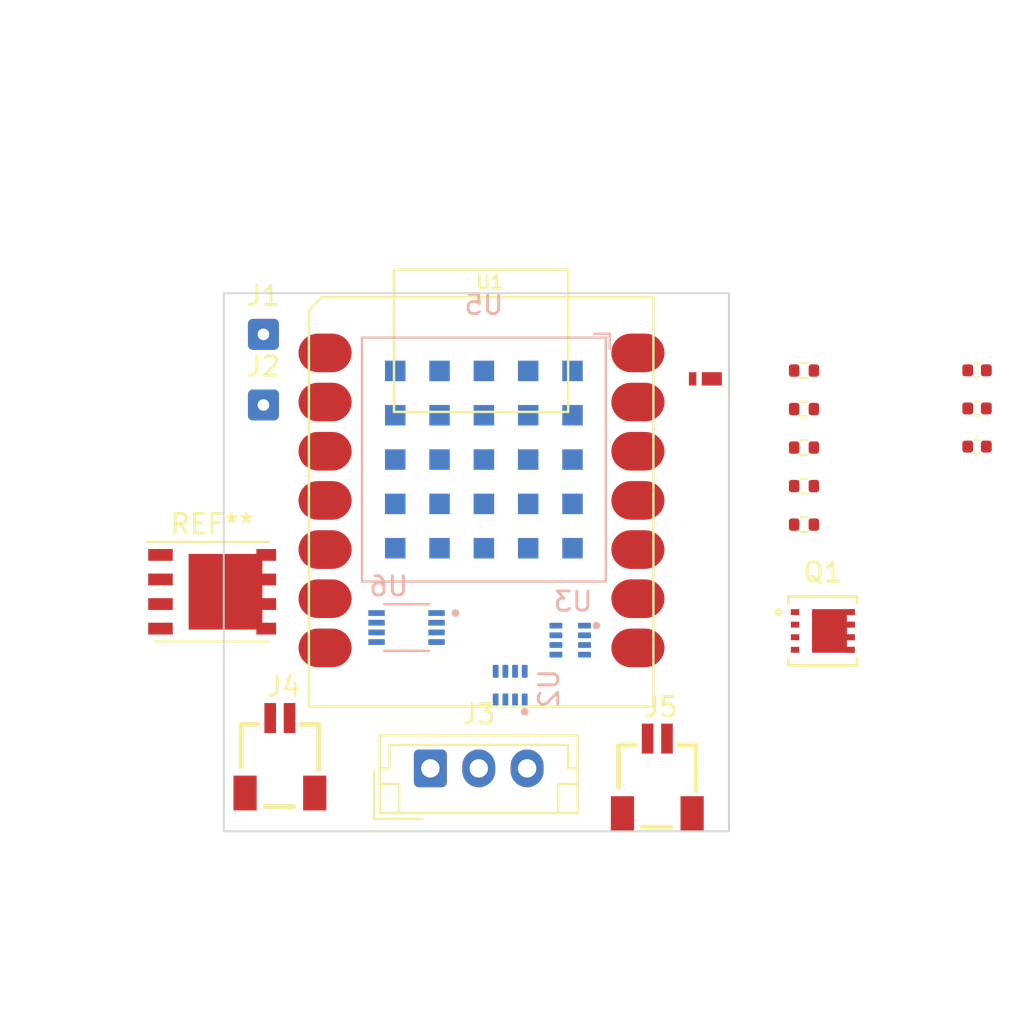
<source format=kicad_pcb>
(kicad_pcb (version 20221018) (generator pcbnew)
  (layers (0 "F.Cu" signal) (31 "B.Cu" signal) (34 "B.Paste" user) (35 "F.Paste" user) (36 "B.SilkS" user "B.Silkscreen") (37 "F.SilkS" user "F.Silkscreen") (38 "B.Mask" user) (39 "F.Mask" user) (44 "Edge.Cuts" user))
  (net 0 "")
  (net 2 "/UART1_DE")
  (net 3 "/UART1_TX")
  (net 4 "/UART1_RX")
  (net 5 "/UART0_DE")
  (net 6 "/UART0_TX")
  (net 7 "/UART0_RX")
  (net 8 "/UART2_DE")
  (net 9 "+3V3")
  (net 10 "GND")
  (net 11 "+5V")
  (net 17 "+BATT")
  (net 18 "/RS485_0A")
  (net 19 "/RS485_0B")
  (net 20 "/RS485_1A")
  (net 21 "/RS485_1B")
  (net 22 "Net-(D1-K)")
  (net 23 "VBUS")
  (net 24 "/DMXL_DATA")
  (net 25 "/BUS_SENSE")
  (net 26 "/UART2_TX")
  (net 27 "/UART2_RX")
  (footprint "Capacitor_SMD:C_0402_1005Metric" (layer "F.Cu") (at 182.02 88.53)
    (fp_text reference "C2" hide)
    (fp_text value "100nF")
    (fp_line (start -0.107836 -0.36) (end 0.107836 -0.36) (stroke (width 0.12)) (layer "F.SilkS"))
    (fp_line (start -0.107836 0.36) (end 0.107836 0.36) (stroke (width 0.12)) (layer "F.SilkS"))
    (pad "1" smd roundrect (at -0.48 0) (size 0.56 0.62) (layers "F.Cu" "F.Paste" "F.Mask") (net 9 "+3V3"))
    (pad "2" smd roundrect (at 0.48 0) (size 0.56 0.62) (layers "F.Cu" "F.Paste" "F.Mask") (net 10 "GND"))
  )
  (footprint "Resistor_SMD:R_0402_1005Metric" (layer "F.Cu") (at 173.08 92.54)
    (fp_text reference "R5" hide)
    (fp_text value "10k")
    (fp_line (start -0.153641 -0.38) (end 0.153641 -0.38) (stroke (width 0.12)) (layer "F.SilkS"))
    (fp_line (start -0.153641 0.38) (end 0.153641 0.38) (stroke (width 0.12)) (layer "F.SilkS"))
    (pad "1" smd roundrect (at -0.51 0) (size 0.54 0.64) (layers "F.Cu" "F.Paste" "F.Mask") (net 10 "GND"))
    (pad "2" smd roundrect (at 0.51 0) (size 0.54 0.64) (layers "F.Cu" "F.Paste" "F.Mask") (net 5 "/UART0_DE"))
  )
  (footprint "Connector_Wire:SolderWire-0.1sqmm_1x01_D0.4mm_OD1mm" (layer "F.Cu") (at 145.15 88.35)
    (fp_text reference "J2" (at 0 -2) (layer "F.SilkS"))
    (fp_text value "Conn_01x01")
    (pad "1" thru_hole roundrect (at 0 0) (size 1.6 1.6) (drill 0.6) (layers "*.Cu" "*.Mask") (roundrect_rratio 0.15625) (net 10 "GND"))
  )
  (footprint "Resistor_SMD:R_0402_1005Metric" (layer "F.Cu") (at 173.08 90.55)
    (fp_text reference "R3" hide)
    (fp_text value "13.7k")
    (fp_line (start -0.153641 -0.38) (end 0.153641 -0.38) (stroke (width 0.12)) (layer "F.SilkS"))
    (fp_line (start -0.153641 0.38) (end 0.153641 0.38) (stroke (width 0.12)) (layer "F.SilkS"))
    (pad "1" smd roundrect (at -0.51 0) (size 0.54 0.64) (layers "F.Cu" "F.Paste" "F.Mask") (net 10 "GND"))
    (pad "2" smd roundrect (at 0.51 0) (size 0.54 0.64) (layers "F.Cu" "F.Paste" "F.Mask") (net 25 "/BUS_SENSE"))
  )
  (footprint "squirrelbrain:JST_SM02B-SRSS-TB(LF)(SN)" (layer "F.Cu") (at 146 106.5)
    (fp_text reference "J4" (at 0.2 -3.6) (layer "F.SilkS") (effects (font (size 1.00248 1.00248))))
    (fp_text value "Conn_01x02")
    (fp_line (start -2 -1.65) (end -2 0.563) (stroke (width 0.254)) (layer "F.SilkS"))
    (fp_line (start -2 -1.65) (end -1.145 -1.65) (stroke (width 0.254)) (layer "F.SilkS"))
    (fp_line (start -0.767 2.6) (end 0.722 2.6) (stroke (width 0.254)) (layer "F.SilkS"))
    (fp_line (start 2 -1.65) (end 1.1 -1.65) (stroke (width 0.254)) (layer "F.SilkS"))
    (fp_line (start 2 -1.65) (end 2 0.697) (stroke (width 0.254)) (layer "F.SilkS"))
    (pad "1" smd rect (at -0.5 -1.975 90) (size 1.55 0.6) (layers "F.Cu" "F.Paste" "F.Mask") (net 18 "/RS485_0A"))
    (pad "2" smd rect (at 0.5 -1.975 90) (size 1.55 0.6) (layers "F.Cu" "F.Paste" "F.Mask") (net 19 "/RS485_0B"))
    (pad "S1" smd rect (at -1.8 1.9 90) (size 1.8 1.2) (layers "F.Cu" "F.Paste" "F.Mask"))
    (pad "S2" smd rect (at 1.8 1.9 90) (size 1.8 1.2) (layers "F.Cu" "F.Paste" "F.Mask"))
  )
  (footprint "Resistor_SMD:R_0402_1005Metric" (layer "F.Cu") (at 173.08 94.53)
    (fp_text reference "R6" hide)
    (fp_text value "10k")
    (fp_line (start -0.153641 -0.38) (end 0.153641 -0.38) (stroke (width 0.12)) (layer "F.SilkS"))
    (fp_line (start -0.153641 0.38) (end 0.153641 0.38) (stroke (width 0.12)) (layer "F.SilkS"))
    (pad "1" smd roundrect (at -0.51 0) (size 0.54 0.64) (layers "F.Cu" "F.Paste" "F.Mask") (net 10 "GND"))
    (pad "2" smd roundrect (at 0.51 0) (size 0.54 0.64) (layers "F.Cu" "F.Paste" "F.Mask") (net 2 "/UART1_DE"))
  )
  (footprint "Capacitor_SMD:C_0402_1005Metric" (layer "F.Cu") (at 182.02 86.56)
    (fp_text reference "C1" hide)
    (fp_text value "100nF")
    (fp_line (start -0.107836 -0.36) (end 0.107836 -0.36) (stroke (width 0.12)) (layer "F.SilkS"))
    (fp_line (start -0.107836 0.36) (end 0.107836 0.36) (stroke (width 0.12)) (layer "F.SilkS"))
    (pad "1" smd roundrect (at -0.48 0) (size 0.56 0.62) (layers "F.Cu" "F.Paste" "F.Mask") (net 9 "+3V3"))
    (pad "2" smd roundrect (at 0.48 0) (size 0.56 0.62) (layers "F.Cu" "F.Paste" "F.Mask") (net 10 "GND"))
  )
  (footprint "squirrelbrain:XIAO-ESP32S3-2.54-21X17.8MM" (layer "F.Cu") (at 147.5 103.78)
    (fp_text reference "U1" (at 9.3345 -21.7805) (layer "F.SilkS") (effects (font (size 0.7 0.7))))
    (fp_text value "SEEEDUINO-XIAO-ESP32S3")
    (fp_line (start 0 -20.3285) (end 0 0.15) (stroke (width 0.127)) (layer "F.SilkS"))
    (fp_line (start 0 0.15) (end 17.8 0.15) (stroke (width 0.127)) (layer "F.SilkS"))
    (fp_line (start 0.671541 -21) (end 0 -20.3285) (stroke (width 0.127)) (layer "F.SilkS"))
    (fp_line (start 4.396 -15.072) (end 4.396 -22.425) (stroke (width 0.127)) (layer "F.SilkS"))
    (fp_line (start 4.4 -22.424) (end 13.395 -22.424) (stroke (width 0.127)) (layer "F.SilkS"))
    (fp_line (start 13.395 -22.424) (end 13.395 -15.072) (stroke (width 0.127)) (layer "F.SilkS"))
    (fp_line (start 13.395 -15.072) (end 4.396 -15.072) (stroke (width 0.127)) (layer "F.SilkS"))
    (fp_line (start 17.8 -21) (end 0.671541 -21) (stroke (width 0.127)) (layer "F.SilkS"))
    (fp_line (start 17.8 0.15) (end 17.8 -21) (stroke (width 0.127)) (layer "F.SilkS"))
    (pad "1" smd roundrect (at 0.835 -18.12) (size 2.75 2) (layers "F.Cu" "F.Paste" "F.Mask") (roundrect_rratio 0.5))
    (pad "2" smd roundrect (at 0.835 -15.58) (size 2.75 2) (layers "F.Cu" "F.Paste" "F.Mask") (roundrect_rratio 0.5) (net 25 "/BUS_SENSE"))
    (pad "3" smd roundrect (at 0.835 -13.04) (size 2.75 2) (layers "F.Cu" "F.Paste" "F.Mask") (roundrect_rratio 0.5) (net 2 "/UART1_DE"))
    (pad "4" smd roundrect (at 0.835 -10.5) (size 2.75 2) (layers "F.Cu" "F.Paste" "F.Mask") (roundrect_rratio 0.5) (net 3 "/UART1_TX"))
    (pad "5" smd roundrect (at 0.835 -7.96) (size 2.75 2) (layers "F.Cu" "F.Paste" "F.Mask") (roundrect_rratio 0.5) (net 4 "/UART1_RX"))
    (pad "6" smd roundrect (at 0.835 -5.42) (size 2.75 2) (layers "F.Cu" "F.Paste" "F.Mask") (roundrect_rratio 0.5) (net 5 "/UART0_DE"))
    (pad "7" smd roundrect (at 0.835 -2.88) (size 2.75 2) (layers "F.Cu" "F.Paste" "F.Mask") (roundrect_rratio 0.5) (net 6 "/UART0_TX"))
    (pad "8" smd roundrect (at 17 -2.88) (size 2.75 2) (layers "F.Cu" "F.Paste" "F.Mask") (roundrect_rratio 0.5) (net 7 "/UART0_RX"))
    (pad "9" smd roundrect (at 17 -5.42) (size 2.75 2) (layers "F.Cu" "F.Paste" "F.Mask") (roundrect_rratio 0.5) (net 8 "/UART2_DE"))
    (pad "10" smd roundrect (at 17 -7.96) (size 2.75 2) (layers "F.Cu" "F.Paste" "F.Mask") (roundrect_rratio 0.5) (net 26 "/UART2_TX"))
    (pad "11" smd roundrect (at 17 -10.5) (size 2.75 2) (layers "F.Cu" "F.Paste" "F.Mask") (roundrect_rratio 0.5) (net 27 "/UART2_RX"))
    (pad "12" smd roundrect (at 17 -13.04) (size 2.75 2) (layers "F.Cu" "F.Paste" "F.Mask") (roundrect_rratio 0.5) (net 9 "+3V3"))
    (pad "13" smd roundrect (at 17 -15.58) (size 2.75 2) (layers "F.Cu" "F.Paste" "F.Mask") (roundrect_rratio 0.5) (net 10 "GND"))
    (pad "14" smd roundrect (at 17 -18.12) (size 2.75 2) (layers "F.Cu" "F.Paste" "F.Mask") (roundrect_rratio 0.5) (net 22 "Net-(D1-K)"))
  )
  (footprint "squirrelbrain:SISS80DN" (layer "F.Cu") (at 174.052299 100.025021)
    (fp_text reference "Q1" (at 0 -3.025021 unlocked) (layer "F.SilkS"))
    (fp_text value "SISS80DN-T1-GE3")
    (fp_poly (pts (xy -0.558902 -1.12649) (xy 1.650901 -1.127379) (xy 1.650901 -0.822579) (xy 1.244501 -0.822579) (xy 1.244501 -0.477393) (xy 1.650901 -0.477393) (xy 1.650901 -0.172593) (xy 1.244501 -0.172593) (xy 1.244501 0.172593) (xy 1.650901 0.172593) (xy 1.650901 0.477393) (xy 1.244501 0.477393) (xy 1.244501 0.822579) (xy 1.650901 0.822579) (xy 1.650901 1.127379) (xy -0.558902 1.12649)) (fill solid) (layer "F.Cu"))
    (fp_line (start -1.778 -1.778) (end -1.778 -1.434888) (stroke (width 0.1524)) (layer "F.SilkS"))
    (fp_line (start -1.778 1.434888) (end -1.778 1.778) (stroke (width 0.1524)) (layer "F.SilkS"))
    (fp_line (start -1.778 1.778) (end 1.778 1.778) (stroke (width 0.1524)) (layer "F.SilkS"))
    (fp_line (start 1.778 -1.778) (end -1.778 -1.778) (stroke (width 0.1524)) (layer "F.SilkS"))
    (fp_line (start 1.778 -1.434888) (end 1.778 -1.778) (stroke (width 0.1524)) (layer "F.SilkS"))
    (fp_line (start 1.778 1.778) (end 1.778 1.434888) (stroke (width 0.1524)) (layer "F.SilkS"))
    (fp_circle (center -2.293393 -0.974979) (end -2.166393 -0.974979) (stroke (width 0.1524)) (fill none) (layer "F.SilkS"))
    (pad "1" smd rect (at -1.435001 -0.974979) (size 0.4318 0.3048) (layers "F.Cu" "F.Paste" "F.Mask"))
    (pad "2" smd rect (at -1.435001 -0.324993) (size 0.4318 0.3048) (layers "F.Cu" "F.Paste" "F.Mask"))
    (pad "3" smd rect (at -1.435001 0.324993) (size 0.4318 0.3048) (layers "F.Cu" "F.Paste" "F.Mask"))
    (pad "4" smd rect (at -1.435001 0.974979) (size 0.4318 0.3048) (layers "F.Cu" "F.Paste" "F.Mask"))
    (pad "5" smd rect (at 1.447701 0.974979) (size 0.4064 0.3048) (layers "F.Cu" "F.Paste" "F.Mask"))
    (pad "6" smd rect (at 1.447701 0.324993) (size 0.4064 0.3048) (layers "F.Cu" "F.Paste" "F.Mask"))
    (pad "7" smd rect (at 1.447701 -0.324993) (size 0.4064 0.3048) (layers "F.Cu" "F.Paste" "F.Mask"))
    (pad "8" smd rect (at 1.447701 -0.974979) (size 0.4064 0.3048) (layers "F.Cu" "F.Paste" "F.Mask"))
  )
  (footprint "Capacitor_SMD:C_0402_1005Metric" (layer "F.Cu") (at 182.02 90.5)
    (fp_text reference "C3" hide)
    (fp_text value "100nF")
    (fp_line (start -0.107836 -0.36) (end 0.107836 -0.36) (stroke (width 0.12)) (layer "F.SilkS"))
    (fp_line (start -0.107836 0.36) (end 0.107836 0.36) (stroke (width 0.12)) (layer "F.SilkS"))
    (pad "1" smd roundrect (at -0.48 0) (size 0.56 0.62) (layers "F.Cu" "F.Paste" "F.Mask") (net 9 "+3V3"))
    (pad "2" smd roundrect (at 0.48 0) (size 0.56 0.62) (layers "F.Cu" "F.Paste" "F.Mask") (net 10 "GND"))
  )
  (footprint "squirrelbrain:SDM2U30CSP-7" (layer "F.Cu") (at 168 87)
    (fp_text reference "D1" hide)
    (fp_text value "SDM2U30CSP")
    (pad "1" smd rect (at -0.6745 0) (size 0.385 0.69) (layers "F.Cu" "F.Paste" "F.Mask") (net 22 "Net-(D1-K)"))
    (pad "2" smd rect (at 0.3175 0) (size 1.035 0.69) (layers "F.Cu" "F.Paste" "F.Mask") (net 11 "+5V"))
  )
  (footprint "Resistor_SMD:R_0402_1005Metric" (layer "F.Cu") (at 173.08 86.57)
    (fp_text reference "R1" hide)
    (fp_text value "10k")
    (fp_line (start -0.153641 -0.38) (end 0.153641 -0.38) (stroke (width 0.12)) (layer "F.SilkS"))
    (fp_line (start -0.153641 0.38) (end 0.153641 0.38) (stroke (width 0.12)) (layer "F.SilkS"))
    (pad "1" smd roundrect (at -0.51 0) (size 0.54 0.64) (layers "F.Cu" "F.Paste" "F.Mask") (net 10 "GND"))
    (pad "2" smd roundrect (at 0.51 0) (size 0.54 0.64) (layers "F.Cu" "F.Paste" "F.Mask") (net 8 "/UART2_DE"))
  )
  (footprint "squirrelbrain:JST_SM02B-SRSS-TB(LF)(SN)" (layer "F.Cu") (at 165.5 107.5625)
    (fp_text reference "J5" (at 0.2 -3.6) (layer "F.SilkS") (effects (font (size 1.00248 1.00248))))
    (fp_text value "Conn_01x02")
    (fp_line (start -2 -1.65) (end -2 0.563) (stroke (width 0.254)) (layer "F.SilkS"))
    (fp_line (start -2 -1.65) (end -1.145 -1.65) (stroke (width 0.254)) (layer "F.SilkS"))
    (fp_line (start -0.767 2.6) (end 0.722 2.6) (stroke (width 0.254)) (layer "F.SilkS"))
    (fp_line (start 2 -1.65) (end 1.1 -1.65) (stroke (width 0.254)) (layer "F.SilkS"))
    (fp_line (start 2 -1.65) (end 2 0.697) (stroke (width 0.254)) (layer "F.SilkS"))
    (pad "1" smd rect (at -0.5 -1.975 90) (size 1.55 0.6) (layers "F.Cu" "F.Paste" "F.Mask") (net 20 "/RS485_1A"))
    (pad "2" smd rect (at 0.5 -1.975 90) (size 1.55 0.6) (layers "F.Cu" "F.Paste" "F.Mask") (net 21 "/RS485_1B"))
    (pad "S1" smd rect (at -1.8 1.9 90) (size 1.8 1.2) (layers "F.Cu" "F.Paste" "F.Mask"))
    (pad "S2" smd rect (at 1.8 1.9 90) (size 1.8 1.2) (layers "F.Cu" "F.Paste" "F.Mask"))
  )
  (footprint "Resistor_SMD:R_0402_1005Metric" (layer "F.Cu") (at 173.08 88.56)
    (fp_text reference "R2" hide)
    (fp_text value "54.9k")
    (fp_line (start -0.153641 -0.38) (end 0.153641 -0.38) (stroke (width 0.12)) (layer "F.SilkS"))
    (fp_line (start -0.153641 0.38) (end 0.153641 0.38) (stroke (width 0.12)) (layer "F.SilkS"))
    (pad "1" smd roundrect (at -0.51 0) (size 0.54 0.64) (layers "F.Cu" "F.Paste" "F.Mask") (net 25 "/BUS_SENSE"))
    (pad "2" smd roundrect (at 0.51 0) (size 0.54 0.64) (layers "F.Cu" "F.Paste" "F.Mask") (net 23 "VBUS"))
  )
  (footprint "Connector_JST:JST_EH_B3B-EH-A_1x03_P2.50mm_Vertical" (layer "F.Cu") (at 153.775 107.125)
    (fp_text reference "J3" (at 2.5 -2.8) (layer "F.SilkS"))
    (fp_text value "Conn_01x03")
    (fp_line (start -2.91 0.11) (end -2.91 2.61) (stroke (width 0.12)) (layer "F.SilkS"))
    (fp_line (start -2.91 2.61) (end -0.41 2.61) (stroke (width 0.12)) (layer "F.SilkS"))
    (fp_line (start -2.61 -1.71) (end -2.61 2.31) (stroke (width 0.12)) (layer "F.SilkS"))
    (fp_line (start -2.61 0) (end -2.11 0) (stroke (width 0.12)) (layer "F.SilkS"))
    (fp_line (start -2.61 0.81) (end -1.61 0.81) (stroke (width 0.12)) (layer "F.SilkS"))
    (fp_line (start -2.61 2.31) (end 7.61 2.31) (stroke (width 0.12)) (layer "F.SilkS"))
    (fp_line (start -2.11 -1.21) (end 7.11 -1.21) (stroke (width 0.12)) (layer "F.SilkS"))
    (fp_line (start -2.11 0) (end -2.11 -1.21) (stroke (width 0.12)) (layer "F.SilkS"))
    (fp_line (start -1.61 0.81) (end -1.61 2.31) (stroke (width 0.12)) (layer "F.SilkS"))
    (fp_line (start 6.61 0.81) (end 6.61 2.31) (stroke (width 0.12)) (layer "F.SilkS"))
    (fp_line (start 7.11 -1.21) (end 7.11 0) (stroke (width 0.12)) (layer "F.SilkS"))
    (fp_line (start 7.11 0) (end 7.61 0) (stroke (width 0.12)) (layer "F.SilkS"))
    (fp_line (start 7.61 -1.71) (end -2.61 -1.71) (stroke (width 0.12)) (layer "F.SilkS"))
    (fp_line (start 7.61 0.81) (end 6.61 0.81) (stroke (width 0.12)) (layer "F.SilkS"))
    (fp_line (start 7.61 2.31) (end 7.61 -1.71) (stroke (width 0.12)) (layer "F.SilkS"))
    (pad "1" thru_hole roundrect (at 0 0) (size 1.7 1.95) (drill 0.95) (layers "*.Cu" "*.Mask") (roundrect_rratio 0.147059) (net 10 "GND"))
    (pad "2" thru_hole oval (at 2.5 0) (size 1.7 1.95) (drill 0.95) (layers "*.Cu" "*.Mask") (net 23 "VBUS"))
    (pad "3" thru_hole oval (at 5 0) (size 1.7 1.95) (drill 0.95) (layers "*.Cu" "*.Mask") (net 24 "/DMXL_DATA"))
  )
  (footprint "Package_SO:PowerPAK_SO-8_Single" (layer "F.Cu") (at 142.5 98)
    (fp_text reference "REF**" (at 0 -3.5) (layer "F.SilkS"))
    (fp_text value "PowerPAK_SO-8_Single")
    (fp_line (start -3.4 -2.57) (end 2.945 -2.57) (stroke (width 0.12)) (layer "F.SilkS"))
    (fp_line (start -2.945 2.57) (end 2.945 2.57) (stroke (width 0.12)) (layer "F.SilkS"))
    (pad "1" smd rect (at -2.67 -1.905) (size 1.27 0.61) (layers "F.Cu" "F.Paste" "F.Mask"))
    (pad "2" smd rect (at -2.67 -0.635) (size 1.27 0.61) (layers "F.Cu" "F.Paste" "F.Mask"))
    (pad "3" smd rect (at -2.67 0.635) (size 1.27 0.61) (layers "F.Cu" "F.Paste" "F.Mask"))
    (pad "4" smd rect (at -2.67 1.905) (size 1.27 0.61) (layers "F.Cu" "F.Paste" "F.Mask"))
    (pad "5" smd rect (at 0.69 0) (size 3.81 3.91) (layers "F.Cu" "F.Paste" "F.Mask"))
    (pad "5" smd rect (at 2.795 -1.905) (size 1.02 0.61) (layers "F.Cu" "F.Paste" "F.Mask"))
    (pad "5" smd rect (at 2.795 -0.635) (size 1.02 0.61) (layers "F.Cu" "F.Paste" "F.Mask"))
    (pad "5" smd rect (at 2.795 0.635) (size 1.02 0.61) (layers "F.Cu" "F.Paste" "F.Mask"))
    (pad "5" smd rect (at 2.795 1.905) (size 1.02 0.61) (layers "F.Cu" "F.Paste" "F.Mask"))
  )
  (footprint "Connector_Wire:SolderWire-0.1sqmm_1x01_D0.4mm_OD1mm" (layer "F.Cu") (at 145.15 84.7)
    (fp_text reference "J1" (at 0 -2) (layer "F.SilkS"))
    (fp_text value "Conn_01x01")
    (pad "1" thru_hole roundrect (at 0 0) (size 1.6 1.6) (drill 0.6) (layers "*.Cu" "*.Mask") (roundrect_rratio 0.15625) (net 17 "+BATT"))
  )
  (footprint "squirrelbrain:SN74LVC2G125DCU" (layer "B.Cu") (at 152.545 99.85 180)
    (fp_text reference "U6" (at 0.925 2.135) (layer "B.SilkS") (effects (justify mirror)))
    (fp_text value "SN74LVC2G125DCUR")
    (fp_line (start -1.15 -1.205) (end 1.15 -1.205) (stroke (width 0.127)) (layer "B.SilkS"))
    (fp_line (start -1.15 1.205) (end 1.15 1.205) (stroke (width 0.127)) (layer "B.SilkS"))
    (fp_circle (center -2.525 0.75) (end -2.425 0.75) (stroke (width 0.2)) (fill none) (layer "B.SilkS"))
    (pad "1" smd roundrect (at -1.55 0.75 180) (size 0.85 0.3) (layers "B.Cu" "B.Paste" "B.Mask") (roundrect_rratio 0.03) (net 8 "/UART2_DE"))
    (pad "2" smd roundrect (at -1.55 0.25 180) (size 0.85 0.3) (layers "B.Cu" "B.Paste" "B.Mask") (roundrect_rratio 0.03) (net 24 "/DMXL_DATA"))
    (pad "3" smd roundrect (at -1.55 -0.25 180) (size 0.85 0.3) (layers "B.Cu" "B.Paste" "B.Mask") (roundrect_rratio 0.03) (net 24 "/DMXL_DATA"))
    (pad "4" smd roundrect (at -1.55 -0.75 180) (size 0.85 0.3) (layers "B.Cu" "B.Paste" "B.Mask") (roundrect_rratio 0.03) (net 10 "GND"))
    (pad "5" smd roundrect (at 1.55 -0.75 180) (size 0.85 0.3) (layers "B.Cu" "B.Paste" "B.Mask") (roundrect_rratio 0.03) (net 26 "/UART2_TX"))
    (pad "6" smd roundrect (at 1.55 -0.25 180) (size 0.85 0.3) (layers "B.Cu" "B.Paste" "B.Mask") (roundrect_rratio 0.03) (net 27 "/UART2_RX"))
    (pad "7" smd roundrect (at 1.55 0.25 180) (size 0.85 0.3) (layers "B.Cu" "B.Paste" "B.Mask") (roundrect_rratio 0.03) (net 8 "/UART2_DE"))
    (pad "8" smd roundrect (at 1.55 0.75 180) (size 0.85 0.3) (layers "B.Cu" "B.Paste" "B.Mask") (roundrect_rratio 0.03) (net 9 "+3V3"))
  )
  (footprint "squirrelbrain:THVD1420DRLR_SOT-585" (layer "B.Cu") (at 157.9 102.85 90)
    (fp_text reference "U2" (at -0.15 2 90) (layer "B.SilkS") (effects (justify mirror)))
    (fp_text value "THVD1420DRLR")
    (fp_circle (center -1.35 0.75) (end -1.15 0.75) (fill solid) (layer "B.SilkS"))
    (pad "1" smd roundrect (at -0.74 0.75 90) (size 0.67 0.3) (layers "B.Cu" "B.Paste" "B.Mask") (roundrect_rratio 0.1666666667) (net 7 "/UART0_RX"))
    (pad "2" smd roundrect (at -0.74 0.25 90) (size 0.67 0.3) (layers "B.Cu" "B.Paste" "B.Mask") (roundrect_rratio 0.1666666667) (net 5 "/UART0_DE"))
    (pad "3" smd roundrect (at -0.74 -0.25 90) (size 0.67 0.3) (layers "B.Cu" "B.Paste" "B.Mask") (roundrect_rratio 0.1666666667) (net 5 "/UART0_DE"))
    (pad "4" smd roundrect (at -0.74 -0.75 90) (size 0.67 0.3) (layers "B.Cu" "B.Paste" "B.Mask") (roundrect_rratio 0.1666666667) (net 6 "/UART0_TX"))
    (pad "5" smd roundrect (at 0.74 -0.75 90) (size 0.67 0.3) (layers "B.Cu" "B.Paste" "B.Mask") (roundrect_rratio 0.1666666667) (net 10 "GND"))
    (pad "6" smd roundrect (at 0.74 -0.25 90) (size 0.67 0.3) (layers "B.Cu" "B.Paste" "B.Mask") (roundrect_rratio 0.1666666667) (net 18 "/RS485_0A"))
    (pad "7" smd roundrect (at 0.74 0.25 90) (size 0.67 0.3) (layers "B.Cu" "B.Paste" "B.Mask") (roundrect_rratio 0.1666666667) (net 19 "/RS485_0B"))
    (pad "8" smd roundrect (at 0.74 0.75 90) (size 0.67 0.3) (layers "B.Cu" "B.Paste" "B.Mask") (roundrect_rratio 0.1666666667) (net 9 "+3V3"))
  )
  (footprint "squirrelbrain:THVD1420DRLR_SOT-585" (layer "B.Cu") (at 161 100.5 180)
    (fp_text reference "U3" (at -0.15 2) (layer "B.SilkS") (effects (justify mirror)))
    (fp_text value "THVD1420DRLR")
    (fp_circle (center -1.35 0.75) (end -1.15 0.75) (fill solid) (layer "B.SilkS"))
    (pad "1" smd roundrect (at -0.74 0.75 180) (size 0.67 0.3) (layers "B.Cu" "B.Paste" "B.Mask") (roundrect_rratio 0.1666666667) (net 4 "/UART1_RX"))
    (pad "2" smd roundrect (at -0.74 0.25 180) (size 0.67 0.3) (layers "B.Cu" "B.Paste" "B.Mask") (roundrect_rratio 0.1666666667) (net 2 "/UART1_DE"))
    (pad "3" smd roundrect (at -0.74 -0.25 180) (size 0.67 0.3) (layers "B.Cu" "B.Paste" "B.Mask") (roundrect_rratio 0.1666666667) (net 2 "/UART1_DE"))
    (pad "4" smd roundrect (at -0.74 -0.75 180) (size 0.67 0.3) (layers "B.Cu" "B.Paste" "B.Mask") (roundrect_rratio 0.1666666667) (net 3 "/UART1_TX"))
    (pad "5" smd roundrect (at 0.74 -0.75 180) (size 0.67 0.3) (layers "B.Cu" "B.Paste" "B.Mask") (roundrect_rratio 0.1666666667) (net 10 "GND"))
    (pad "6" smd roundrect (at 0.74 -0.25 180) (size 0.67 0.3) (layers "B.Cu" "B.Paste" "B.Mask") (roundrect_rratio 0.1666666667) (net 20 "/RS485_1A"))
    (pad "7" smd roundrect (at 0.74 0.25 180) (size 0.67 0.3) (layers "B.Cu" "B.Paste" "B.Mask") (roundrect_rratio 0.1666666667) (net 21 "/RS485_1B"))
    (pad "8" smd roundrect (at 0.74 0.75 180) (size 0.67 0.3) (layers "B.Cu" "B.Paste" "B.Mask") (roundrect_rratio 0.1666666667) (net 9 "+3V3"))
  )
  (footprint "Converter_DCDC:Converter_DCDC_RECOM_RPMx.x-x.0" (layer "B.Cu") (at 156.54 91.17 180)
    (fp_text reference "U5" (at 0 8) (layer "B.SilkS") (effects (justify mirror)))
    (fp_text value "RPM5.0-6.0")
    (fp_line (start -6.5 6.5) (end -6.5 5.7) (stroke (width 0.12)) (layer "B.SilkS"))
    (fp_line (start -6.3 -6.3) (end -6.3 6.3) (stroke (width 0.12)) (layer "B.SilkS"))
    (fp_line (start -6.3 6.3) (end 6.3 6.3) (stroke (width 0.12)) (layer "B.SilkS"))
    (fp_line (start -5.7 6.5) (end -6.5 6.5) (stroke (width 0.12)) (layer "B.SilkS"))
    (fp_line (start 6.3 -6.3) (end -6.3 -6.3) (stroke (width 0.12)) (layer "B.SilkS"))
    (fp_line (start 6.3 6.3) (end 6.3 -6.3) (stroke (width 0.12)) (layer "B.SilkS"))
    (pad "A1" smd rect (at -4.58 4.58 180) (size 1.06 1.06) (layers "B.Cu" "B.Paste" "B.Mask") (net 17 "+BATT"))
    (pad "A2" smd rect (at -2.29 4.58 180) (size 1.06 1.06) (layers "B.Cu" "B.Paste" "B.Mask") (net 17 "+BATT"))
    (pad "A3" smd rect (at 0 4.58 180) (size 1.06 1.06) (layers "B.Cu" "B.Paste" "B.Mask") (net 10 "GND"))
    (pad "A4" smd rect (at 2.29 4.58 180) (size 1.06 1.06) (layers "B.Cu" "B.Paste" "B.Mask") (net 10 "GND"))
    (pad "A5" smd rect (at 4.58 4.58 180) (size 1.06 1.06) (layers "B.Cu" "B.Paste" "B.Mask") (net 11 "+5V"))
    (pad "B1" smd rect (at -4.58 2.29 180) (size 1.06 1.06) (layers "B.Cu" "B.Paste" "B.Mask") (net 10 "GND"))
    (pad "B2" smd rect (at -2.29 2.29 180) (size 1.06 1.06) (layers "B.Cu" "B.Paste" "B.Mask") (net 10 "GND"))
    (pad "B3" smd rect (at 0 2.29 180) (size 1.06 1.06) (layers "B.Cu" "B.Paste" "B.Mask") (net 10 "GND"))
    (pad "B4" smd rect (at 2.29 2.29 180) (size 1.06 1.06) (layers "B.Cu" "B.Paste" "B.Mask") (net 10 "GND"))
    (pad "B5" smd rect (at 4.58 2.29 180) (size 1.06 1.06) (layers "B.Cu" "B.Paste" "B.Mask") (net 11 "+5V"))
    (pad "C1" smd rect (at -4.58 0 180) (size 1.06 1.06) (layers "B.Cu" "B.Paste" "B.Mask"))
    (pad "C2" smd rect (at -2.29 0 180) (size 1.06 1.06) (layers "B.Cu" "B.Paste" "B.Mask") (net 10 "GND"))
    (pad "C3" smd rect (at 0 0 180) (size 1.06 1.06) (layers "B.Cu" "B.Paste" "B.Mask") (net 10 "GND"))
    (pad "C4" smd rect (at 2.29 0 180) (size 1.06 1.06) (layers "B.Cu" "B.Paste" "B.Mask") (net 10 "GND"))
    (pad "C5" smd rect (at 4.58 0 180) (size 1.06 1.06) (layers "B.Cu" "B.Paste" "B.Mask") (net 11 "+5V"))
    (pad "D1" smd rect (at -4.58 -2.29 180) (size 1.06 1.06) (layers "B.Cu" "B.Paste" "B.Mask"))
    (pad "D2" smd rect (at -2.29 -2.29 180) (size 1.06 1.06) (layers "B.Cu" "B.Paste" "B.Mask") (net 10 "GND"))
    (pad "D3" smd rect (at 0 -2.29 180) (size 1.06 1.06) (layers "B.Cu" "B.Paste" "B.Mask") (net 10 "GND"))
    (pad "D4" smd rect (at 2.29 -2.29 180) (size 1.06 1.06) (layers "B.Cu" "B.Paste" "B.Mask") (net 10 "GND"))
    (pad "D5" smd rect (at 4.58 -2.29 180) (size 1.06 1.06) (layers "B.Cu" "B.Paste" "B.Mask") (net 10 "GND"))
    (pad "E1" smd rect (at -4.58 -4.58 180) (size 1.06 1.06) (layers "B.Cu" "B.Paste" "B.Mask"))
    (pad "E2" smd rect (at -2.29 -4.58 180) (size 1.06 1.06) (layers "B.Cu" "B.Paste" "B.Mask"))
    (pad "E3" smd rect (at 0 -4.58 180) (size 1.06 1.06) (layers "B.Cu" "B.Paste" "B.Mask") (net 10 "GND"))
    (pad "E4" smd rect (at 2.29 -4.58 180) (size 1.06 1.06) (layers "B.Cu" "B.Paste" "B.Mask") (net 10 "GND"))
    (pad "E5" smd rect (at 4.58 -4.58 180) (size 1.06 1.06) (layers "B.Cu" "B.Paste" "B.Mask"))
  )
  (gr_rect (start 143.1 110.375) (end 169.2 82.575) (stroke (width 0.1)) (fill none) (layer "Edge.Cuts"))
)
</source>
